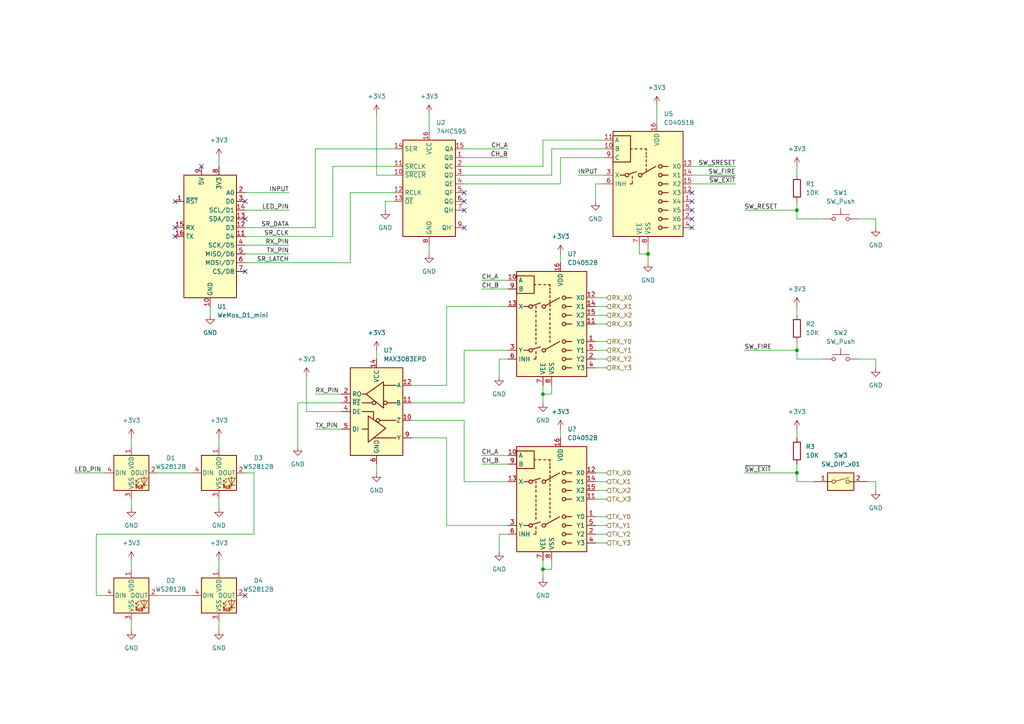
<source format=kicad_sch>
(kicad_sch (version 20211123) (generator eeschema)
  (paper "A4")
  (title_block (title "tempos single node") (date "2022-12-23") (rev "v1.3") (company "Malmö Universitet, Fakulteten för teknik och samhälle") (comment 3 "Copyright: Malmö Universitet") (comment 4 "Author: Pratchaya Khansomboon, Isac Pettersson"))
  (lib_symbols
    (symbol "74xx:74HC595"
      (property "Reference" "U" (at -7.62 13.97 0))
      (property "Value" "74HC595" (at -7.62 -16.51 0))
      (symbol "74HC595_1_0"
        (pin tri_state line (at 10.16 7.62 180) (length 2.54) (name "QB") (number "1"))
        (pin input line (at -10.16 2.54 0) (length 2.54) (name "~{SRCLR}") (number "10"))
        (pin input line (at -10.16 5.08 0) (length 2.54) (name "SRCLK") (number "11"))
        (pin input line (at -10.16 -2.54 0) (length 2.54) (name "RCLK") (number "12"))
        (pin input line (at -10.16 -5.08 0) (length 2.54) (name "~{OE}") (number "13"))
        (pin input line (at -10.16 10.16 0) (length 2.54) (name "SER") (number "14"))
        (pin tri_state line (at 10.16 10.16 180) (length 2.54) (name "QA") (number "15"))
        (pin power_in line (at 0 15.24 270) (length 2.54) (name "VCC") (number "16"))
        (pin tri_state line (at 10.16 5.08 180) (length 2.54) (name "QC") (number "2"))
        (pin tri_state line (at 10.16 2.54 180) (length 2.54) (name "QD") (number "3"))
        (pin tri_state line (at 10.16 0 180) (length 2.54) (name "QE") (number "4"))
        (pin tri_state line (at 10.16 -2.54 180) (length 2.54) (name "QF") (number "5"))
        (pin tri_state line (at 10.16 -5.08 180) (length 2.54) (name "QG") (number "6"))
        (pin tri_state line (at 10.16 -7.62 180) (length 2.54) (name "QH") (number "7"))
        (pin power_in line (at 0 -17.78 90) (length 2.54) (name "GND") (number "8"))
        (pin output line (at 10.16 -12.7 180) (length 2.54) (name "QH'") (number "9"))
      )
      (symbol "74HC595_1_1"
        (rectangle (start -7.62 12.7) (end 7.62 -15.24) (stroke (width 0.254)) (fill (type background)))
      )
    )
    (symbol "Analog_Switch:CD4051B"
      (property "Reference" "U" (at -10.16 16.51 0))
      (property "Value" "CD4051B" (at 3.81 16.51 0))
      (symbol "CD4051B_0_1"
        (rectangle (start -10.16 6.35) (end -5.08 13.97) (stroke (width 0.254)))
        (rectangle (start -10.16 15.24) (end 10.16 -15.24) (stroke (width 0.254)) (fill (type background)))
        (circle (center -6.096 2.54) (radius 0.508) (stroke (width 0.254)))
        (circle (center -2.286 2.54) (radius 0.508) (stroke (width 0.254)))
        (polyline (pts (xy -8.128 2.54) (xy -6.604 2.54)) (stroke (width 0.254)))
        (polyline (pts (xy -5.588 2.794) (xy -3.302 3.556)) (stroke (width 0.254)))
        (polyline (pts (xy -4.572 0) (xy -5.207 0)) (stroke (width 0.254)))
        (polyline (pts (xy -4.572 0.254) (xy -4.572 0.889)) (stroke (width 0.254)))
        (polyline (pts (xy -4.572 1.524) (xy -4.572 2.159)) (stroke (width 0.254)))
        (polyline (pts (xy -4.572 10.16) (xy -5.08 10.16)) (stroke (width 0.254)))
        (polyline (pts (xy -3.81 10.16) (xy -3.175 10.16)) (stroke (width 0.254)))
        (polyline (pts (xy -1.778 2.794) (xy 2.286 5.08)) (stroke (width 0.254)))
        (polyline (pts (xy -1.778 10.16) (xy -2.286 10.16)) (stroke (width 0.254)))
        (polyline (pts (xy -0.508 3.81) (xy -0.508 4.445)) (stroke (width 0.254)))
        (polyline (pts (xy -0.508 5.08) (xy -0.508 5.715)) (stroke (width 0.254)))
        (polyline (pts (xy -0.508 6.35) (xy -0.508 6.985)) (stroke (width 0.254)))
        (polyline (pts (xy -0.508 7.62) (xy -0.508 8.255)) (stroke (width 0.254)))
        (polyline (pts (xy -0.508 8.636) (xy -0.508 9.144)) (stroke (width 0.254)))
        (polyline (pts (xy -0.508 9.652) (xy -0.508 10.16)) (stroke (width 0.254)))
        (polyline (pts (xy -0.508 10.16) (xy -1.016 10.16)) (stroke (width 0.254)))
        (polyline (pts (xy 4.064 -12.7) (xy 5.842 -12.7)) (stroke (width 0.254)))
        (polyline (pts (xy 4.064 -10.16) (xy 5.842 -10.16)) (stroke (width 0.254)))
        (polyline (pts (xy 4.064 -7.62) (xy 5.842 -7.62)) (stroke (width 0.254)))
        (polyline (pts (xy 4.064 -5.08) (xy 5.842 -5.08)) (stroke (width 0.254)))
        (polyline (pts (xy 4.064 -2.54) (xy 5.842 -2.54)) (stroke (width 0.254)))
        (polyline (pts (xy 4.064 0) (xy 5.842 0)) (stroke (width 0.254)))
        (polyline (pts (xy 4.064 2.54) (xy 5.842 2.54)) (stroke (width 0.254)))
        (polyline (pts (xy 4.064 5.08) (xy 5.842 5.08)) (stroke (width 0.254)))
        (circle (center 3.556 -12.7) (radius 0.508) (stroke (width 0.254)))
        (circle (center 3.556 -10.16) (radius 0.508) (stroke (width 0.254)))
        (circle (center 3.556 -7.62) (radius 0.508) (stroke (width 0.254)))
        (circle (center 3.556 -5.08) (radius 0.508) (stroke (width 0.254)))
        (circle (center 3.556 -2.54) (radius 0.508) (stroke (width 0.254)))
        (circle (center 3.556 0) (radius 0.508) (stroke (width 0.254)))
        (circle (center 3.556 2.54) (radius 0.508) (stroke (width 0.254)))
        (circle (center 3.556 5.08) (radius 0.508) (stroke (width 0.254)))
      )
      (symbol "CD4051B_1_1"
        (pin bidirectional line (at 12.7 -5.08 180) (length 2.54) (name "X4") (number "1"))
        (pin input line (at -12.7 10.16 0) (length 2.54) (name "B") (number "10"))
        (pin input line (at -12.7 12.7 0) (length 2.54) (name "A") (number "11"))
        (pin bidirectional line (at 12.7 -2.54 180) (length 2.54) (name "X3") (number "12"))
        (pin bidirectional line (at 12.7 5.08 180) (length 2.54) (name "X0") (number "13"))
        (pin bidirectional line (at 12.7 2.54 180) (length 2.54) (name "X1") (number "14"))
        (pin bidirectional line (at 12.7 0 180) (length 2.54) (name "X2") (number "15"))
        (pin power_in line (at 2.54 17.78 270) (length 2.54) (name "VDD") (number "16"))
        (pin bidirectional line (at 12.7 -10.16 180) (length 2.54) (name "X6") (number "2"))
        (pin bidirectional line (at -12.7 2.54 0) (length 2.54) (name "X") (number "3"))
        (pin bidirectional line (at 12.7 -12.7 180) (length 2.54) (name "X7") (number "4"))
        (pin bidirectional line (at 12.7 -7.62 180) (length 2.54) (name "X5") (number "5"))
        (pin input line (at -12.7 0 0) (length 2.54) (name "INH") (number "6"))
        (pin power_in line (at -2.54 -17.78 90) (length 2.54) (name "VEE") (number "7"))
        (pin power_in line (at 0 -17.78 90) (length 2.54) (name "VSS") (number "8"))
        (pin input line (at -12.7 7.62 0) (length 2.54) (name "C") (number "9"))
      )
    )
    (symbol "Analog_Switch:CD4052B"
      (property "Reference" "U" (at -10.16 16.51 0))
      (property "Value" "CD4052B" (at 3.81 16.51 0))
      (symbol "CD4052B_0_1"
        (rectangle (start -10.16 8.89) (end -5.08 13.97) (stroke (width 0.254)))
        (rectangle (start -10.16 15.24) (end 10.16 -15.24) (stroke (width 0.254)) (fill (type background)))
        (circle (center -6.096 -7.62) (radius 0.508) (stroke (width 0.254)))
        (circle (center -6.096 5.08) (radius 0.508) (stroke (width 0.254)))
        (circle (center -2.286 -7.62) (radius 0.508) (stroke (width 0.254)))
        (circle (center -2.286 5.08) (radius 0.508) (stroke (width 0.254)))
        (polyline (pts (xy -8.128 -7.62) (xy -6.604 -7.62)) (stroke (width 0.254)))
        (polyline (pts (xy -8.128 5.08) (xy -6.604 5.08)) (stroke (width 0.254)))
        (polyline (pts (xy -5.588 -7.366) (xy -3.302 -6.604)) (stroke (width 0.254)))
        (polyline (pts (xy -5.588 5.334) (xy -3.302 6.096)) (stroke (width 0.254)))
        (polyline (pts (xy -4.572 -10.16) (xy -5.207 -10.16)) (stroke (width 0.254)))
        (polyline (pts (xy -4.572 -9.906) (xy -4.572 -9.271)) (stroke (width 0.254)))
        (polyline (pts (xy -4.572 -8.636) (xy -4.572 -8.001)) (stroke (width 0.254)))
        (polyline (pts (xy -4.572 -5.842) (xy -4.572 -5.207)) (stroke (width 0.254)))
        (polyline (pts (xy -4.572 -4.572) (xy -4.572 -3.937)) (stroke (width 0.254)))
        (polyline (pts (xy -4.572 -3.302) (xy -4.572 -2.667)) (stroke (width 0.254)))
        (polyline (pts (xy -4.572 -2.032) (xy -4.572 -1.397)) (stroke (width 0.254)))
        (polyline (pts (xy -4.572 -0.762) (xy -4.572 -0.127)) (stroke (width 0.254)))
        (polyline (pts (xy -4.572 0.508) (xy -4.572 1.143)) (stroke (width 0.254)))
        (polyline (pts (xy -4.572 2.032) (xy -4.572 2.667)) (stroke (width 0.254)))
        (polyline (pts (xy -4.572 3.302) (xy -4.572 3.937)) (stroke (width 0.254)))
        (polyline (pts (xy -4.572 4.572) (xy -4.572 5.207)) (stroke (width 0.254)))
        (polyline (pts (xy -4.572 11.43) (xy -5.08 11.43)) (stroke (width 0.254)))
        (polyline (pts (xy -3.81 11.43) (xy -3.175 11.43)) (stroke (width 0.254)))
        (polyline (pts (xy -1.778 -7.366) (xy 2.286 -5.08)) (stroke (width 0.254)))
        (polyline (pts (xy -1.778 5.334) (xy 2.286 7.62)) (stroke (width 0.254)))
        (polyline (pts (xy -1.778 11.43) (xy -2.286 11.43)) (stroke (width 0.254)))
        (polyline (pts (xy -0.508 -5.334) (xy -0.508 -4.699)) (stroke (width 0.254)))
        (polyline (pts (xy -0.508 -4.064) (xy -0.508 -3.429)) (stroke (width 0.254)))
        (polyline (pts (xy -0.508 -2.794) (xy -0.508 -2.159)) (stroke (width 0.254)))
        (polyline (pts (xy -0.508 -1.524) (xy -0.508 -0.889)) (stroke (width 0.254)))
        (polyline (pts (xy -0.508 -0.254) (xy -0.508 0.381)) (stroke (width 0.254)))
        (polyline (pts (xy -0.508 1.27) (xy -0.508 1.905)) (stroke (width 0.254)))
        (polyline (pts (xy -0.508 2.54) (xy -0.508 3.175)) (stroke (width 0.254)))
        (polyline (pts (xy -0.508 3.81) (xy -0.508 4.445)) (stroke (width 0.254)))
        (polyline (pts (xy -0.508 5.08) (xy -0.508 5.715)) (stroke (width 0.254)))
        (polyline (pts (xy -0.508 6.35) (xy -0.508 6.985)) (stroke (width 0.254)))
        (polyline (pts (xy -0.508 7.62) (xy -0.508 8.255)) (stroke (width 0.254)))
        (polyline (pts (xy -0.508 8.89) (xy -0.508 9.398)) (stroke (width 0.254)))
        (polyline (pts (xy -0.508 8.89) (xy -0.508 9.525)) (stroke (width 0.254)))
        (polyline (pts (xy -0.508 9.906) (xy -0.508 10.414)) (stroke (width 0.254)))
        (polyline (pts (xy -0.508 10.922) (xy -0.508 11.43)) (stroke (width 0.254)))
        (polyline (pts (xy -0.508 11.43) (xy -1.016 11.43)) (stroke (width 0.254)))
        (polyline (pts (xy 4.064 -12.7) (xy 5.842 -12.7)) (stroke (width 0.254)))
        (polyline (pts (xy 4.064 -10.16) (xy 5.842 -10.16)) (stroke (width 0.254)))
        (polyline (pts (xy 4.064 -7.62) (xy 5.842 -7.62)) (stroke (width 0.254)))
        (polyline (pts (xy 4.064 -5.08) (xy 5.842 -5.08)) (stroke (width 0.254)))
        (polyline (pts (xy 4.064 0) (xy 5.842 0)) (stroke (width 0.254)))
        (polyline (pts (xy 4.064 2.54) (xy 5.842 2.54)) (stroke (width 0.254)))
        (polyline (pts (xy 4.064 5.08) (xy 5.842 5.08)) (stroke (width 0.254)))
        (polyline (pts (xy 4.064 7.62) (xy 5.842 7.62)) (stroke (width 0.254)))
        (circle (center 3.556 -12.7) (radius 0.508) (stroke (width 0.254)))
        (circle (center 3.556 -10.16) (radius 0.508) (stroke (width 0.254)))
        (circle (center 3.556 -7.62) (radius 0.508) (stroke (width 0.254)))
        (circle (center 3.556 -5.08) (radius 0.508) (stroke (width 0.254)))
        (circle (center 3.556 0) (radius 0.508) (stroke (width 0.254)))
        (circle (center 3.556 2.54) (radius 0.508) (stroke (width 0.254)))
        (circle (center 3.556 5.08) (radius 0.508) (stroke (width 0.254)))
        (circle (center 3.556 7.62) (radius 0.508) (stroke (width 0.254)))
      )
      (symbol "CD4052B_1_1"
        (pin bidirectional line (at 12.7 -5.08 180) (length 2.54) (name "Y0") (number "1"))
        (pin input line (at -12.7 12.7 0) (length 2.54) (name "A") (number "10"))
        (pin bidirectional line (at 12.7 0 180) (length 2.54) (name "X3") (number "11"))
        (pin bidirectional line (at 12.7 7.62 180) (length 2.54) (name "X0") (number "12"))
        (pin bidirectional line (at -12.7 5.08 0) (length 2.54) (name "X") (number "13"))
        (pin bidirectional line (at 12.7 5.08 180) (length 2.54) (name "X1") (number "14"))
        (pin bidirectional line (at 12.7 2.54 180) (length 2.54) (name "X2") (number "15"))
        (pin power_in line (at 2.54 17.78 270) (length 2.54) (name "VDD") (number "16"))
        (pin bidirectional line (at 12.7 -10.16 180) (length 2.54) (name "Y2") (number "2"))
        (pin bidirectional line (at -12.7 -7.62 0) (length 2.54) (name "Y") (number "3"))
        (pin bidirectional line (at 12.7 -12.7 180) (length 2.54) (name "Y3") (number "4"))
        (pin bidirectional line (at 12.7 -7.62 180) (length 2.54) (name "Y1") (number "5"))
        (pin input line (at -12.7 -10.16 0) (length 2.54) (name "INH") (number "6"))
        (pin power_in line (at -2.54 -17.78 90) (length 2.54) (name "VEE") (number "7"))
        (pin power_in line (at 0 -17.78 90) (length 2.54) (name "VSS") (number "8"))
        (pin input line (at -12.7 10.16 0) (length 2.54) (name "B") (number "9"))
      )
    )
    (symbol "Device:R" (pin_numbers hide) (pin_names (offset 0))
      (property "Reference" "R" (at 2.032 0 90))
      (property "Value" "R" (at 0 0 90))
      (symbol "R_0_1"
        (rectangle (start -1.016 -2.54) (end 1.016 2.54) (stroke (width 0.254)))
      )
      (symbol "R_1_1"
        (pin passive line (at 0 3.81 270) (length 1.27) (name "~") (number "1"))
        (pin passive line (at 0 -3.81 90) (length 1.27) (name "~") (number "2"))
      )
    )
    (symbol "MCU_Module:WeMos_D1_mini"
      (property "Reference" "U" (at 3.81 19.05 0))
      (property "Value" "WeMos_D1_mini" (at 1.27 -19.05 0))
      (symbol "WeMos_D1_mini_1_1"
        (rectangle (start -7.62 17.78) (end 7.62 -17.78) (stroke (width 0.254)) (fill (type background)))
        (pin input line (at -10.16 10.16 0) (length 2.54) (name "~{RST}") (number "1"))
        (pin power_in line (at 0 -20.32 90) (length 2.54) (name "GND") (number "10"))
        (pin bidirectional line (at 10.16 0 180) (length 2.54) (name "D4") (number "11"))
        (pin bidirectional line (at 10.16 2.54 180) (length 2.54) (name "D3") (number "12"))
        (pin bidirectional line (at 10.16 5.08 180) (length 2.54) (name "SDA/D2") (number "13"))
        (pin bidirectional line (at 10.16 7.62 180) (length 2.54) (name "SCL/D1") (number "14"))
        (pin input line (at -10.16 2.54 0) (length 2.54) (name "RX") (number "15"))
        (pin output line (at -10.16 0 0) (length 2.54) (name "TX") (number "16"))
        (pin input line (at 10.16 12.7 180) (length 2.54) (name "A0") (number "2"))
        (pin bidirectional line (at 10.16 10.16 180) (length 2.54) (name "D0") (number "3"))
        (pin bidirectional line (at 10.16 -2.54 180) (length 2.54) (name "SCK/D5") (number "4"))
        (pin bidirectional line (at 10.16 -5.08 180) (length 2.54) (name "MISO/D6") (number "5"))
        (pin bidirectional line (at 10.16 -7.62 180) (length 2.54) (name "MOSI/D7") (number "6"))
        (pin bidirectional line (at 10.16 -10.16 180) (length 2.54) (name "CS/D8") (number "7"))
        (pin power_out line (at 2.54 20.32 270) (length 2.54) (name "3V3") (number "8"))
        (pin power_in line (at -2.54 20.32 270) (length 2.54) (name "5V") (number "9"))
      )
    )
    (symbol "Switch:SW_DIP_x01" (pin_names (offset 0) hide)
      (property "Reference" "SW" (at 0 3.81 0))
      (property "Value" "SW_DIP_x01" (at 0 -3.81 0))
      (symbol "SW_DIP_x01_0_0"
        (circle (center -2.032 0) (radius 0.508))
        (polyline (pts (xy -1.524 0.127) (xy 2.3622 1.1684)))
        (circle (center 2.032 0) (radius 0.508))
      )
      (symbol "SW_DIP_x01_0_1"
        (rectangle (start -3.81 2.54) (end 3.81 -2.54) (stroke (width 0.254)) (fill (type background)))
      )
      (symbol "SW_DIP_x01_1_1"
        (pin passive line (at -7.62 0 0) (length 5.08) (name "~") (number "1"))
        (pin passive line (at 7.62 0 180) (length 5.08) (name "~") (number "2"))
      )
    )
    (symbol "Switch:SW_Push" (pin_numbers hide) (pin_names (offset 1.016) hide)
      (property "Reference" "SW" (at 1.27 2.54 0))
      (property "Value" "SW_Push" (at 0 -1.524 0))
      (symbol "SW_Push_0_1"
        (circle (center -2.032 0) (radius 0.508))
        (polyline (pts (xy 0 1.27) (xy 0 3.048)))
        (polyline (pts (xy 2.54 1.27) (xy -2.54 1.27)))
        (circle (center 2.032 0) (radius 0.508))
        (pin passive line (at -5.08 0 0) (length 2.54) (name "1") (number "1"))
        (pin passive line (at 5.08 0 180) (length 2.54) (name "2") (number "2"))
      )
    )
    (symbol "power:+3V3" (power) (pin_names (offset 0))
      (property "Value" "+3V3" (at 0 3.556 0))
      (symbol "+3V3_0_1"
        (polyline (pts (xy -0.762 1.27) (xy 0 2.54)))
        (polyline (pts (xy 0 0) (xy 0 2.54)))
        (polyline (pts (xy 0 2.54) (xy 0.762 1.27)))
      )
      (symbol "+3V3_1_1"
        (pin power_in line (at 0 0 90) (length 0) hide (name "+3V3") (number "1"))
      )
    )
    (symbol "power:GND" (power) (pin_names (offset 0))
      (property "Value" "GND" (at 0 -3.81 0))
      (symbol "GND_0_1"
        (polyline (pts (xy 0 0) (xy 0 -1.27) (xy 1.27 -1.27) (xy 0 -2.54) (xy -1.27 -1.27) (xy 0 -1.27)))
      )
      (symbol "GND_1_1"
        (pin power_in line (at 0 0 270) (length 0) hide (name "GND") (number "1"))
      )
    )
    (symbol "tempos:MAX3083EPD"
      (property "Reference" "U" (at -6.985 13.97 0))
      (property "Value" "MAX3083EPD" (at 6.985 13.97 0))
      (symbol "MAX3083EPD_0_1"
        (rectangle (start -7.62 12.7) (end 7.62 -12.7) (stroke (width 0.254)) (fill (type background)))
      )
      (symbol "MAX3083EPD_1_1"
        (circle (center -0.762 2.54) (radius 0.508) (stroke (width 0.254)))
        (polyline (pts (xy -4.191 2.54) (xy -1.27 2.54)) (stroke (width 0.254)))
        (polyline (pts (xy -2.54 -5.08) (xy -4.191 -5.08)) (stroke (width 0.254)))
        (polyline (pts (xy -0.635 -7.62) (xy 5.715 -7.62)) (stroke (width 0.254)))
        (polyline (pts (xy 0.889 -2.54) (xy 5.715 -2.54)) (stroke (width 0.254)))
        (polyline (pts (xy 2.032 7.62) (xy 5.715 7.62)) (stroke (width 0.254)))
        (polyline (pts (xy 3.048 2.54) (xy 5.715 2.54)) (stroke (width 0.254)))
        (polyline (pts (xy -4.191 0) (xy -0.889 0) (xy -0.889 -2.286)) (stroke (width 0.254)))
        (polyline (pts (xy -3.175 5.08) (xy -4.191 5.08) (xy -4.064 5.08)) (stroke (width 0.254)))
        (polyline (pts (xy -2.413 -5.08) (xy -2.413 -1.27) (xy 2.667 -4.826) (xy -2.413 -8.89) (xy -2.413 -5.08)) (stroke (width 0.254)))
        (polyline (pts (xy 2.032 4.826) (xy 2.032 8.636) (xy -3.048 5.08) (xy 2.032 1.016) (xy 2.032 4.826)) (stroke (width 0.254)))
        (circle (center 0.381 -2.54) (radius 0.508) (stroke (width 0.254)))
        (circle (center 2.54 2.54) (radius 0.508) (stroke (width 0.254)))
        (pin no_connect line (at -7.62 -10.16 0) (length 2.54) hide (name "NC") (number "1"))
        (pin output line (at 10.16 -2.54 180) (length 2.54) (name "Z") (number "10"))
        (pin input line (at 10.16 2.54 180) (length 2.54) (name "B") (number "11"))
        (pin input line (at 10.16 7.62 180) (length 2.54) (name "A") (number "12"))
        (pin no_connect line (at -7.62 7.62 0) (length 2.54) hide (name "NC") (number "13"))
        (pin power_in line (at 0 15.24 270) (length 2.54) (name "VCC") (number "14"))
        (pin output line (at -10.16 5.08 0) (length 2.54) (name "RO") (number "2"))
        (pin input line (at -10.16 2.54 0) (length 2.54) (name "~{RE}") (number "3"))
        (pin input line (at -10.16 0 0) (length 2.54) (name "DE") (number "4"))
        (pin input line (at -10.16 -5.08 0) (length 2.54) (name "DI") (number "5"))
        (pin power_in line (at 0 -15.24 90) (length 2.54) (name "GND") (number "6"))
        (pin passive line (at 0 -15.24 90) (length 2.54) hide (name "GND") (number "7"))
        (pin no_connect line (at -7.62 -7.62 0) (length 2.54) hide (name "NC") (number "8"))
        (pin output line (at 10.16 -7.62 180) (length 2.54) (name "Y") (number "9"))
      )
    )
    (symbol "tempos:WS2812B" (pin_names (offset 0.254))
      (property "Reference" "D" (at 5.08 5.715 0))
      (property "Value" "WS2812B" (at 1.27 -5.715 0))
      (symbol "WS2812B_0_0"
        (text "RGB" (at 2.286 -4.191 0) (effects (font (size 0.762 0.762))))
      )
      (symbol "WS2812B_0_1"
        (polyline (pts (xy 1.27 -3.556) (xy 1.778 -3.556)))
        (polyline (pts (xy 1.27 -2.54) (xy 1.778 -2.54)))
        (polyline (pts (xy 4.699 -3.556) (xy 2.667 -3.556)))
        (polyline (pts (xy 2.286 -2.54) (xy 1.27 -3.556) (xy 1.27 -3.048)))
        (polyline (pts (xy 2.286 -1.524) (xy 1.27 -2.54) (xy 1.27 -2.032)))
        (polyline (pts (xy 3.683 -1.016) (xy 3.683 -3.556) (xy 3.683 -4.064)))
        (polyline (pts (xy 4.699 -1.524) (xy 2.667 -1.524) (xy 3.683 -3.556) (xy 4.699 -1.524)))
        (rectangle (start 5.08 5.08) (end -5.08 -5.08) (stroke (width 0.254)) (fill (type background)))
      )
      (symbol "WS2812B_1_1"
        (pin power_in line (at 0 7.62 270) (length 2.54) (name "VDD") (number "1"))
        (pin output line (at 7.62 0 180) (length 2.54) (name "DOUT") (number "2"))
        (pin power_in line (at 0 -7.62 90) (length 2.54) (name "VSS") (number "3"))
        (pin input line (at -7.62 0 0) (length 2.54) (name "DIN") (number "4"))
      )
    )
  )
  (junction (at 157.48 165.1))
  (junction (at 187.96 73.66))
  (junction (at 157.48 114.3))
  (junction (at 231.14 137.16))
  (junction (at 231.14 101.6))
  (junction (at 231.14 60.96))
  (no_connect (at 71.12 58.42))
  (no_connect (at 50.8 66.04))
  (no_connect (at 71.12 63.5))
  (no_connect (at 71.12 78.74))
  (no_connect (at 134.62 60.96))
  (no_connect (at 50.8 68.58))
  (no_connect (at 134.62 55.88))
  (no_connect (at 50.8 58.42))
  (no_connect (at 134.62 58.42))
  (no_connect (at 134.62 66.04))
  (no_connect (at 71.12 172.72))
  (no_connect (at 58.42 48.26))
  (no_connect (at 200.66 66.04))
  (no_connect (at 200.66 63.5))
  (no_connect (at 200.66 60.96))
  (no_connect (at 200.66 58.42))
  (no_connect (at 200.66 55.88))
  (wire (pts (xy 160.02 114.3) (xy 157.48 114.3)))
  (wire (pts (xy 21.59 137.16) (xy 30.48 137.16)))
  (wire (pts (xy 175.26 45.72) (xy 162.56 45.72)))
  (wire (pts (xy 88.9 109.22) (xy 88.9 119.38)))
  (wire (pts (xy 38.1 162.56) (xy 38.1 165.1)))
  (wire (pts (xy 38.1 127) (xy 38.1 129.54)))
  (wire (pts (xy 172.72 53.34) (xy 172.72 58.42)))
  (wire (pts (xy 129.54 127) (xy 129.54 152.4)))
  (wire (pts (xy 119.38 121.92) (xy 134.62 121.92)))
  (wire (pts (xy 254 63.5) (xy 254 66.04)))
  (wire (pts (xy 144.78 104.14) (xy 147.32 104.14)))
  (wire (pts (xy 134.62 121.92) (xy 134.62 139.7)))
  (wire (pts (xy 91.44 124.46) (xy 99.06 124.46)))
  (wire (pts (xy 231.14 134.62) (xy 231.14 137.16)))
  (wire (pts (xy 172.72 144.78) (xy 175.895 144.78)))
  (wire (pts (xy 172.72 106.68) (xy 175.895 106.68)))
  (wire (pts (xy 231.14 88.9) (xy 231.14 91.44)))
  (wire (pts (xy 114.3 55.88) (xy 101.6 55.88)))
  (wire (pts (xy 185.42 73.66) (xy 187.96 73.66)))
  (wire (pts (xy 160.02 162.56) (xy 160.02 165.1)))
  (wire (pts (xy 254 139.7) (xy 254 142.24)))
  (wire (pts (xy 172.72 142.24) (xy 175.895 142.24)))
  (wire (pts (xy 71.12 76.2) (xy 101.6 76.2)))
  (wire (pts (xy 27.94 154.94) (xy 27.94 172.72)))
  (wire (pts (xy 71.12 73.66) (xy 83.82 73.66)))
  (wire (pts (xy 139.7 83.82) (xy 147.32 83.82)))
  (wire (pts (xy 157.48 48.26) (xy 157.48 40.64)))
  (wire (pts (xy 172.72 99.06) (xy 175.895 99.06)))
  (wire (pts (xy 231.14 101.6) (xy 231.14 104.14)))
  (wire (pts (xy 73.66 154.94) (xy 27.94 154.94)))
  (wire (pts (xy 172.72 93.98) (xy 175.895 93.98)))
  (wire (pts (xy 119.38 127) (xy 129.54 127)))
  (wire (pts (xy 114.3 58.42) (xy 111.76 58.42)))
  (wire (pts (xy 144.78 154.94) (xy 144.78 160.02)))
  (wire (pts (xy 71.12 55.88) (xy 83.82 55.88)))
  (wire (pts (xy 251.46 139.7) (xy 254 139.7)))
  (wire (pts (xy 162.56 53.34) (xy 134.62 53.34)))
  (wire (pts (xy 248.92 63.5) (xy 254 63.5)))
  (wire (pts (xy 147.32 101.6) (xy 134.62 101.6)))
  (wire (pts (xy 86.36 116.84) (xy 86.36 129.54)))
  (wire (pts (xy 134.62 45.72) (xy 147.32 45.72)))
  (wire (pts (xy 73.66 137.16) (xy 73.66 154.94)))
  (wire (pts (xy 96.52 48.26) (xy 96.52 68.58)))
  (wire (pts (xy 231.14 104.14) (xy 238.76 104.14)))
  (wire (pts (xy 157.48 165.1) (xy 157.48 162.56)))
  (wire (pts (xy 101.6 55.88) (xy 101.6 76.2)))
  (wire (pts (xy 71.12 68.58) (xy 96.52 68.58)))
  (wire (pts (xy 139.7 132.08) (xy 147.32 132.08)))
  (wire (pts (xy 187.96 71.12) (xy 187.96 73.66)))
  (wire (pts (xy 139.7 81.28) (xy 147.32 81.28)))
  (wire (pts (xy 63.5 162.56) (xy 63.5 165.1)))
  (wire (pts (xy 99.06 116.84) (xy 86.36 116.84)))
  (wire (pts (xy 114.3 48.26) (xy 96.52 48.26)))
  (wire (pts (xy 172.72 91.44) (xy 175.895 91.44)))
  (wire (pts (xy 71.12 137.16) (xy 73.66 137.16)))
  (wire (pts (xy 215.9 137.16) (xy 231.14 137.16)))
  (wire (pts (xy 91.44 43.18) (xy 114.3 43.18)))
  (wire (pts (xy 200.66 48.26) (xy 213.36 48.26)))
  (wire (pts (xy 27.94 172.72) (xy 30.48 172.72)))
  (wire (pts (xy 172.72 154.94) (xy 175.895 154.94)))
  (wire (pts (xy 172.72 88.9) (xy 175.895 88.9)))
  (wire (pts (xy 134.62 43.18) (xy 147.32 43.18)))
  (wire (pts (xy 167.64 50.8) (xy 175.26 50.8)))
  (wire (pts (xy 160.02 50.8) (xy 134.62 50.8)))
  (wire (pts (xy 91.44 43.18) (xy 91.44 66.04)))
  (wire (pts (xy 157.48 165.1) (xy 157.48 167.64)))
  (wire (pts (xy 144.78 154.94) (xy 147.32 154.94)))
  (wire (pts (xy 119.38 111.76) (xy 129.54 111.76)))
  (wire (pts (xy 231.14 58.42) (xy 231.14 60.96)))
  (wire (pts (xy 114.3 50.8) (xy 109.22 50.8)))
  (wire (pts (xy 162.56 73.66) (xy 162.56 76.2)))
  (wire (pts (xy 231.14 48.26) (xy 231.14 50.8)))
  (wire (pts (xy 175.26 43.18) (xy 160.02 43.18)))
  (wire (pts (xy 172.72 152.4) (xy 175.895 152.4)))
  (wire (pts (xy 231.14 137.16) (xy 231.14 139.7)))
  (wire (pts (xy 231.14 60.96) (xy 231.14 63.5)))
  (wire (pts (xy 157.48 114.3) (xy 157.48 111.76)))
  (wire (pts (xy 139.7 134.62) (xy 147.32 134.62)))
  (wire (pts (xy 38.1 144.78) (xy 38.1 147.32)))
  (wire (pts (xy 134.62 116.84) (xy 119.38 116.84)))
  (wire (pts (xy 157.48 114.3) (xy 157.48 116.84)))
  (wire (pts (xy 200.66 50.8) (xy 213.36 50.8)))
  (wire (pts (xy 134.62 139.7) (xy 147.32 139.7)))
  (wire (pts (xy 38.1 180.34) (xy 38.1 182.88)))
  (wire (pts (xy 45.72 137.16) (xy 55.88 137.16)))
  (wire (pts (xy 134.62 101.6) (xy 134.62 116.84)))
  (wire (pts (xy 172.72 139.7) (xy 175.895 139.7)))
  (wire (pts (xy 172.72 149.86) (xy 175.895 149.86)))
  (wire (pts (xy 144.78 104.14) (xy 144.78 109.22)))
  (wire (pts (xy 63.5 180.34) (xy 63.5 182.88)))
  (wire (pts (xy 63.5 45.72) (xy 63.5 48.26)))
  (wire (pts (xy 129.54 152.4) (xy 147.32 152.4)))
  (wire (pts (xy 190.5 30.48) (xy 190.5 35.56)))
  (wire (pts (xy 157.48 40.64) (xy 175.26 40.64)))
  (wire (pts (xy 172.72 104.14) (xy 175.895 104.14)))
  (wire (pts (xy 134.62 48.26) (xy 157.48 48.26)))
  (wire (pts (xy 231.14 99.06) (xy 231.14 101.6)))
  (wire (pts (xy 160.02 111.76) (xy 160.02 114.3)))
  (wire (pts (xy 124.46 33.02) (xy 124.46 38.1)))
  (wire (pts (xy 60.96 88.9) (xy 60.96 91.44)))
  (wire (pts (xy 185.42 71.12) (xy 185.42 73.66)))
  (wire (pts (xy 71.12 71.12) (xy 83.82 71.12)))
  (wire (pts (xy 88.9 119.38) (xy 99.06 119.38)))
  (wire (pts (xy 109.22 33.02) (xy 109.22 50.8)))
  (wire (pts (xy 231.14 63.5) (xy 238.76 63.5)))
  (wire (pts (xy 172.72 137.16) (xy 175.895 137.16)))
  (wire (pts (xy 71.12 66.04) (xy 91.44 66.04)))
  (wire (pts (xy 187.96 73.66) (xy 187.96 76.2)))
  (wire (pts (xy 111.76 58.42) (xy 111.76 60.96)))
  (wire (pts (xy 162.56 45.72) (xy 162.56 53.34)))
  (wire (pts (xy 248.92 104.14) (xy 254 104.14)))
  (wire (pts (xy 71.12 60.96) (xy 83.82 60.96)))
  (wire (pts (xy 129.54 111.76) (xy 129.54 88.9)))
  (wire (pts (xy 63.5 144.78) (xy 63.5 147.32)))
  (wire (pts (xy 91.44 114.3) (xy 99.06 114.3)))
  (wire (pts (xy 172.72 101.6) (xy 175.895 101.6)))
  (wire (pts (xy 215.9 60.96) (xy 231.14 60.96)))
  (wire (pts (xy 200.66 53.34) (xy 213.36 53.34)))
  (wire (pts (xy 109.22 134.62) (xy 109.22 137.16)))
  (wire (pts (xy 160.02 165.1) (xy 157.48 165.1)))
  (wire (pts (xy 162.56 124.46) (xy 162.56 127)))
  (wire (pts (xy 129.54 88.9) (xy 147.32 88.9)))
  (wire (pts (xy 215.9 101.6) (xy 231.14 101.6)))
  (wire (pts (xy 160.02 43.18) (xy 160.02 50.8)))
  (wire (pts (xy 172.72 157.48) (xy 175.895 157.48)))
  (wire (pts (xy 231.14 139.7) (xy 236.22 139.7)))
  (wire (pts (xy 45.72 172.72) (xy 55.88 172.72)))
  (wire (pts (xy 175.26 53.34) (xy 172.72 53.34)))
  (wire (pts (xy 124.46 71.12) (xy 124.46 73.66)))
  (wire (pts (xy 254 104.14) (xy 254 106.68)))
  (wire (pts (xy 63.5 127) (xy 63.5 129.54)))
  (wire (pts (xy 231.14 124.46) (xy 231.14 127)))
  (wire (pts (xy 109.22 101.6) (xy 109.22 104.14)))
  (wire (pts (xy 172.72 86.36) (xy 175.895 86.36)))
  (label "SR_DATA" (at 83.82 66.04 180))
  (label "CH_A" (at 147.32 43.18 180))
  (label "SW_FIRE" (at 215.9 101.6 0))
  (label "SW_SRESET" (at 213.36 48.26 180))
  (label "INPUT" (at 167.64 50.8 0))
  (label "SR_CLK" (at 83.82 68.58 180))
  (label "INPUT" (at 83.82 55.88 180))
  (label "CH_B" (at 139.7 134.62 0))
  (label "CH_A" (at 139.7 81.28 0))
  (label "SW_RESET" (at 215.9 60.96 0))
  (label "TX_PIN" (at 91.44 124.46 0))
  (label "SW_FIRE" (at 213.36 50.8 180))
  (label "~{SW_EXIT}" (at 213.36 53.34 180))
  (label "LED_PIN" (at 83.82 60.96 180))
  (label "~{SW_EXIT}" (at 215.9 137.16 0))
  (label "CH_B" (at 139.7 83.82 0))
  (label "RX_PIN" (at 83.82 71.12 180))
  (label "CH_B" (at 147.32 45.72 180))
  (label "SR_LATCH" (at 83.82 76.2 180))
  (label "CH_A" (at 139.7 132.08 0))
  (label "LED_PIN" (at 21.59 137.16 0))
  (label "RX_PIN" (at 91.44 114.3 0))
  (label "TX_PIN" (at 83.82 73.66 180))
  (hierarchical_label "RX_Y1" (shape input) (at 175.895 101.6 0))
  (hierarchical_label "TX_Y1" (shape input) (at 175.895 152.4 0))
  (hierarchical_label "RX_X0" (shape input) (at 175.895 86.36 0))
  (hierarchical_label "TX_Y0" (shape input) (at 175.895 149.86 0))
  (hierarchical_label "RX_X2" (shape input) (at 175.895 91.44 0))
  (hierarchical_label "TX_X1" (shape input) (at 175.895 139.7 0))
  (hierarchical_label "TX_X2" (shape input) (at 175.895 142.24 0))
  (hierarchical_label "RX_X1" (shape input) (at 175.895 88.9 0))
  (hierarchical_label "TX_Y2" (shape input) (at 175.895 154.94 0))
  (hierarchical_label "RX_X3" (shape input) (at 175.895 93.98 0))
  (hierarchical_label "TX_X3" (shape input) (at 175.895 144.78 0))
  (hierarchical_label "TX_X0" (shape input) (at 175.895 137.16 0))
  (hierarchical_label "RX_Y2" (shape input) (at 175.895 104.14 0))
  (hierarchical_label "RX_Y3" (shape input) (at 175.895 106.68 0))
  (hierarchical_label "TX_Y3" (shape input) (at 175.895 157.48 0))
  (hierarchical_label "RX_Y0" (shape input) (at 175.895 99.06 0))
  (symbol (lib_id "power:GND") (at 109.22 137.16 0) (unit 1)
    (property "Reference" "#PWR?" (effects hide))
    (property "Value" "GND" (at 109.22 142.24 0))
  )
  (symbol (lib_id "power:GND") (at 172.72 58.42 0) (unit 1)
    (property "Reference" "#PWR018" (effects hide))
    (property "Value" "GND" (at 172.72 63.5 0))
  )
  (symbol (lib_id "Analog_Switch:CD4051B") (at 187.96 53.34 0) (unit 1)
    (property "Reference" "U5" (at 192.5194 33.02 0) (effects (justify left)))
    (property "Value" "CD4051B" (at 192.5194 35.56 0) (effects (justify left)))
    (property "Datasheet" "http://www.ti.com/lit/ds/symlink/cd4052b.pdf" (effects hide))
  )
  (symbol (lib_id "tempos:WS2812B") (at 63.5 137.16 0) (unit 1)
    (property "Reference" "D3" (at 74.93 132.8293 0))
    (property "Value" "WS2812B" (at 74.93 135.3693 0))
  )
  (symbol (lib_id "power:GND") (at 38.1 147.32 0) (unit 1)
    (property "Reference" "#PWR03" (effects hide))
    (property "Value" "GND" (at 38.1 152.4 0))
  )
  (symbol (lib_id "power:GND") (at 63.5 147.32 0) (unit 1)
    (property "Reference" "#PWR08" (effects hide))
    (property "Value" "GND" (at 63.5 152.4 0))
  )
  (symbol (lib_id "Device:R") (at 231.14 130.81 0) (unit 1)
    (property "Reference" "R3" (at 233.68 129.5399 0) (effects (justify left)))
    (property "Value" "10K" (at 233.68 132.0799 0) (effects (justify left)))
  )
  (symbol (lib_id "power:+3V3") (at 124.46 33.02 0) (unit 1)
    (property "Reference" "#PWR013" (effects hide))
    (property "Value" "+3V3" (at 124.46 27.94 0))
  )
  (symbol (lib_id "power:+3V3") (at 38.1 162.56 0) (unit 1)
    (property "Reference" "#PWR04" (effects hide))
    (property "Value" "+3V3" (at 38.1 157.48 0))
  )
  (symbol (lib_id "power:GND") (at 38.1 182.88 0) (unit 1)
    (property "Reference" "#PWR05" (effects hide))
    (property "Value" "GND" (at 38.1 187.96 0))
  )
  (symbol (lib_id "power:+3V3") (at 88.9 109.22 0) (unit 1)
    (property "Reference" "#PWR?" (effects hide))
    (property "Value" "+3V3" (at 88.9 104.14 0))
  )
  (symbol (lib_id "74xx:74HC595") (at 124.46 53.34 0) (unit 1)
    (property "Reference" "U2" (at 126.4794 35.56 0) (effects (justify left)))
    (property "Value" "74HC595" (at 126.4794 38.1 0) (effects (justify left)))
    (property "Datasheet" "http://www.ti.com/lit/ds/symlink/sn74hc595.pdf" (effects hide))
  )
  (symbol (lib_id "power:GND") (at 144.78 109.22 0) (unit 1)
    (property "Reference" "#PWR?" (effects hide))
    (property "Value" "GND" (at 144.78 114.3 0))
  )
  (symbol (lib_id "Switch:SW_DIP_x01") (at 243.84 139.7 0) (unit 1)
    (property "Reference" "SW3" (at 243.84 132.08 0))
    (property "Value" "SW_DIP_x01" (at 243.84 134.62 0))
  )
  (symbol (lib_id "tempos:WS2812B") (at 38.1 137.16 0) (unit 1)
    (property "Reference" "D1" (at 49.53 132.8293 0))
    (property "Value" "WS2812B" (at 49.53 135.3693 0))
  )
  (symbol (lib_id "power:GND") (at 254 142.24 0) (unit 1)
    (property "Reference" "#PWR028" (effects hide))
    (property "Value" "GND" (at 254 147.32 0))
  )
  (symbol (lib_id "power:+3V3") (at 231.14 48.26 0) (unit 1)
    (property "Reference" "#PWR023" (effects hide))
    (property "Value" "+3V3" (at 231.14 43.18 0))
  )
  (symbol (lib_id "Analog_Switch:CD4052B") (at 160.02 144.78 0) (unit 1)
    (property "Reference" "U?" (at 164.5794 124.46 0) (effects (justify left)))
    (property "Value" "CD4052B" (at 164.5794 127 0) (effects (justify left)))
    (property "Datasheet" "http://www.ti.com/lit/ds/symlink/cd4052b.pdf" (effects hide))
  )
  (symbol (lib_id "power:GND") (at 63.5 182.88 0) (unit 1)
    (property "Reference" "#PWR010" (effects hide))
    (property "Value" "GND" (at 63.5 187.96 0))
  )
  (symbol (lib_id "tempos:MAX3083EPD") (at 109.22 119.38 0) (unit 1)
    (property "Reference" "U?" (at 111.2394 101.6 0) (effects (justify left)))
    (property "Value" "MAX3083EPD" (at 111.2394 104.14 0) (effects (justify left)))
    (property "Footprint" "Package_DIP:DIP-14_W7.62mm" (effects hide))
  )
  (symbol (lib_id "power:+3V3") (at 190.5 30.48 0) (unit 1)
    (property "Reference" "#PWR022" (effects hide))
    (property "Value" "+3V3" (at 190.5 25.4 0))
  )
  (symbol (lib_id "power:+3V3") (at 38.1 127 0) (unit 1)
    (property "Reference" "#PWR02" (effects hide))
    (property "Value" "+3V3" (at 38.1 121.92 0))
  )
  (symbol (lib_id "power:GND") (at 111.76 60.96 0) (unit 1)
    (property "Reference" "#PWR012" (effects hide))
    (property "Value" "GND" (at 111.76 66.04 0))
  )
  (symbol (lib_id "power:+3V3") (at 231.14 88.9 0) (unit 1)
    (property "Reference" "#PWR024" (effects hide))
    (property "Value" "+3V3" (at 231.14 83.82 0))
  )
  (symbol (lib_id "power:GND") (at 157.48 116.84 0) (unit 1)
    (property "Reference" "#PWR?" (effects hide))
    (property "Value" "GND" (at 157.48 121.92 0))
  )
  (symbol (lib_id "Switch:SW_Push") (at 243.84 104.14 0) (unit 1)
    (property "Reference" "SW2" (at 243.84 96.52 0))
    (property "Value" "SW_Push" (at 243.84 99.06 0))
  )
  (symbol (lib_id "power:GND") (at 157.48 167.64 0) (unit 1)
    (property "Reference" "#PWR?" (effects hide))
    (property "Value" "GND" (at 157.48 172.72 0))
  )
  (symbol (lib_id "power:+3V3") (at 162.56 73.66 0) (unit 1)
    (property "Reference" "#PWR?" (effects hide))
    (property "Value" "+3V3" (at 162.56 68.58 0))
  )
  (symbol (lib_id "power:+3V3") (at 109.22 101.6 0) (unit 1)
    (property "Reference" "#PWR?" (effects hide))
    (property "Value" "+3V3" (at 109.22 96.52 0))
  )
  (symbol (lib_id "power:GND") (at 60.96 91.44 0) (unit 1)
    (property "Reference" "#PWR01" (effects hide))
    (property "Value" "GND" (at 60.96 96.52 0))
  )
  (symbol (lib_id "power:GND") (at 86.36 129.54 0) (unit 1)
    (property "Reference" "#PWR?" (effects hide))
    (property "Value" "GND" (at 86.36 134.62 0))
  )
  (symbol (lib_id "power:+3V3") (at 231.14 124.46 0) (unit 1)
    (property "Reference" "#PWR025" (effects hide))
    (property "Value" "+3V3" (at 231.14 119.38 0))
  )
  (symbol (lib_id "tempos:WS2812B") (at 38.1 172.72 0) (unit 1)
    (property "Reference" "D2" (at 49.53 168.3893 0))
    (property "Value" "WS2812B" (at 49.53 170.9293 0))
  )
  (symbol (lib_id "Device:R") (at 231.14 54.61 0) (unit 1)
    (property "Reference" "R1" (at 233.68 53.3399 0) (effects (justify left)))
    (property "Value" "10K" (at 233.68 55.8799 0) (effects (justify left)))
  )
  (symbol (lib_id "MCU_Module:WeMos_D1_mini") (at 60.96 68.58 0) (unit 1)
    (property "Reference" "U1" (at 62.9794 88.9 0) (effects (justify left)))
    (property "Value" "WeMos_D1_mini" (at 62.9794 91.44 0) (effects (justify left)))
    (property "Footprint" "Module:WEMOS_D1_mini_light" (effects hide))
    (property "Datasheet" "https://wiki.wemos.cc/products:d1:d1_mini#documentation" (effects hide))
  )
  (symbol (lib_id "power:GND") (at 254 106.68 0) (unit 1)
    (property "Reference" "#PWR027" (effects hide))
    (property "Value" "GND" (at 254 111.76 0))
  )
  (symbol (lib_id "Analog_Switch:CD4052B") (at 160.02 93.98 0) (unit 1)
    (property "Reference" "U?" (at 164.5794 73.66 0) (effects (justify left)))
    (property "Value" "CD4052B" (at 164.5794 76.2 0) (effects (justify left)))
    (property "Datasheet" "http://www.ti.com/lit/ds/symlink/cd4052b.pdf" (effects hide))
  )
  (symbol (lib_id "power:+3V3") (at 109.22 33.02 0) (unit 1)
    (property "Reference" "#PWR011" (effects hide))
    (property "Value" "+3V3" (at 109.22 27.94 0))
  )
  (symbol (lib_id "power:GND") (at 124.46 73.66 0) (unit 1)
    (property "Reference" "#PWR014" (effects hide))
    (property "Value" "GND" (at 124.46 78.74 0))
  )
  (symbol (lib_id "Switch:SW_Push") (at 243.84 63.5 0) (unit 1)
    (property "Reference" "SW1" (at 243.84 55.88 0))
    (property "Value" "SW_Push" (at 243.84 58.42 0))
  )
  (symbol (lib_id "power:+3V3") (at 63.5 45.72 0) (unit 1)
    (property "Reference" "#PWR06" (effects hide))
    (property "Value" "+3V3" (at 63.5 40.64 0))
  )
  (symbol (lib_id "power:+3V3") (at 63.5 162.56 0) (unit 1)
    (property "Reference" "#PWR09" (effects hide))
    (property "Value" "+3V3" (at 63.5 157.48 0))
  )
  (symbol (lib_id "tempos:WS2812B") (at 63.5 172.72 0) (unit 1)
    (property "Reference" "D4" (at 74.93 168.3893 0))
    (property "Value" "WS2812B" (at 74.93 170.9293 0))
  )
  (symbol (lib_id "power:GND") (at 144.78 160.02 0) (unit 1)
    (property "Reference" "#PWR?" (effects hide))
    (property "Value" "GND" (at 144.78 165.1 0))
  )
  (symbol (lib_id "power:+3V3") (at 63.5 127 0) (unit 1)
    (property "Reference" "#PWR07" (effects hide))
    (property "Value" "+3V3" (at 63.5 121.92 0))
  )
  (symbol (lib_id "Device:R") (at 231.14 95.25 0) (unit 1)
    (property "Reference" "R2" (at 233.68 93.9799 0) (effects (justify left)))
    (property "Value" "10K" (at 233.68 96.5199 0) (effects (justify left)))
  )
  (symbol (lib_id "power:GND") (at 254 66.04 0) (unit 1)
    (property "Reference" "#PWR026" (effects hide))
    (property "Value" "GND" (at 254 71.12 0))
  )
  (symbol (lib_id "power:GND") (at 187.96 76.2 0) (unit 1)
    (property "Reference" "#PWR021" (effects hide))
    (property "Value" "GND" (at 187.96 81.28 0))
  )
  (symbol (lib_id "power:+3V3") (at 162.56 124.46 0) (unit 1)
    (property "Reference" "#PWR?" (effects hide))
    (property "Value" "+3V3" (at 162.56 119.38 0))
  )
)
</source>
